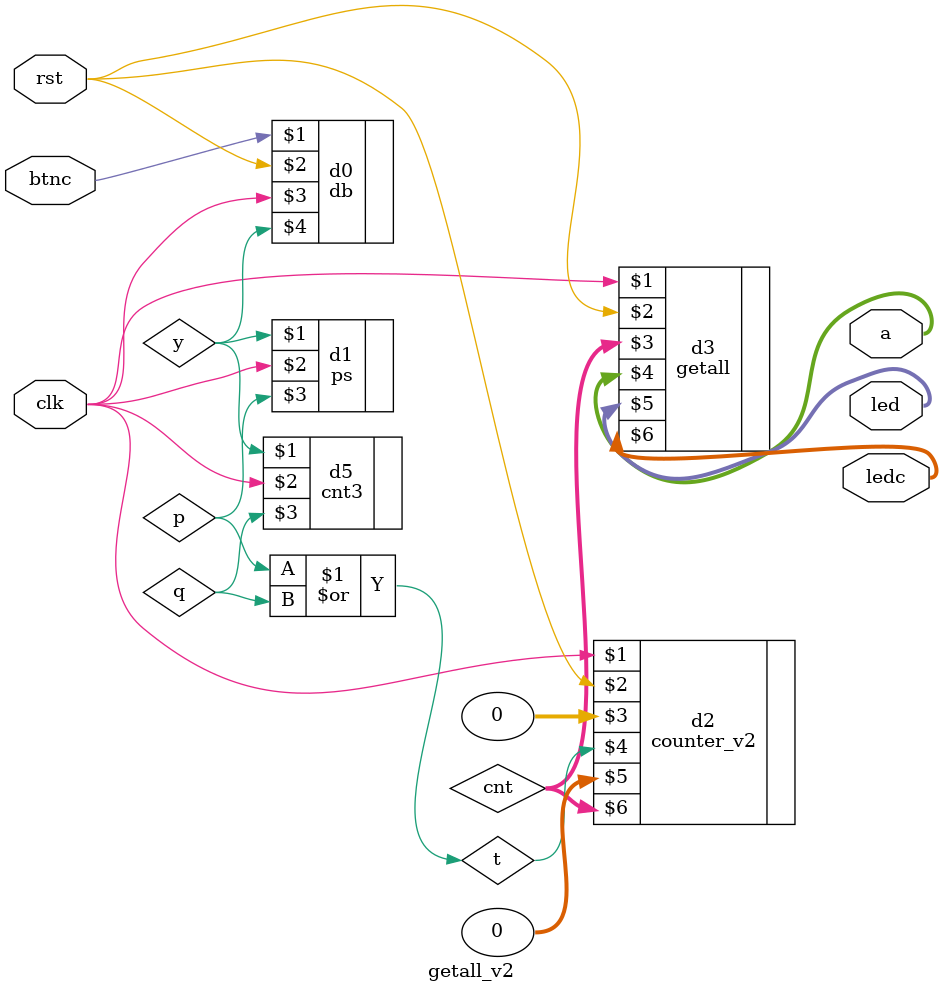
<source format=v>
`timescale 1ns / 1ps


module getall_v2 (
    input btnc,
    input clk,
    input rst,
    output [3:0] a,
    output [6:0] led,
    output [3:0] ledc
);
wire y;
wire p;
wire q;
wire t;
wire [15:0] cnt;
db d0(btnc,rst,clk,y);
ps d1(y,clk,p);
cnt3 d5(y,clk,q);
assign t = p|q;
counter_v2 d2(clk,rst,0,t,0,cnt);
getall d3(clk,rst,cnt,a,led,ledc);
endmodule

</source>
